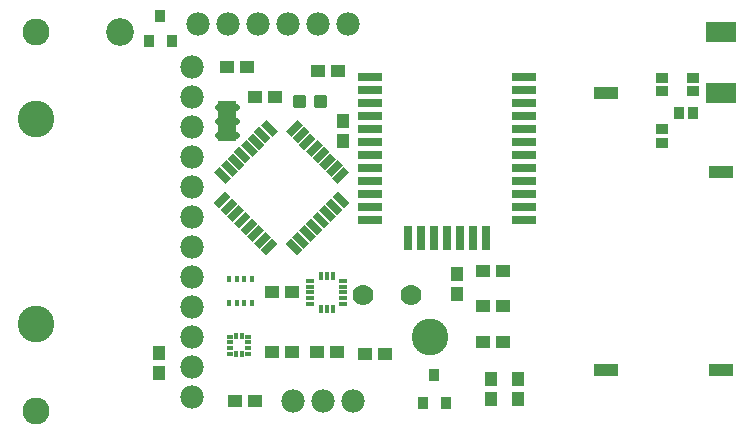
<source format=gts>
G75*
%MOIN*%
%OFA0B0*%
%FSLAX25Y25*%
%IPPOS*%
%LPD*%
%AMOC8*
5,1,8,0,0,1.08239X$1,22.5*
%
%ADD10C,0.12211*%
%ADD11R,0.04731X0.04337*%
%ADD12C,0.01301*%
%ADD13C,0.07800*%
%ADD14R,0.04337X0.04731*%
%ADD15R,0.05400X0.02600*%
%ADD16R,0.02600X0.05400*%
%ADD17R,0.03156X0.01502*%
%ADD18R,0.01502X0.03156*%
%ADD19C,0.02172*%
%ADD20R,0.06040X0.13760*%
%ADD21R,0.08274X0.03156*%
%ADD22R,0.03156X0.08274*%
%ADD23R,0.03746X0.03943*%
%ADD24R,0.03943X0.03746*%
%ADD25C,0.07000*%
%ADD26R,0.03550X0.04337*%
%ADD27R,0.08077X0.04337*%
%ADD28R,0.10243X0.06699*%
%ADD29C,0.09000*%
%ADD30C,0.09258*%
%ADD31R,0.03550X0.03943*%
%ADD32R,0.01778X0.02369*%
%ADD33R,0.01982X0.01568*%
%ADD34R,0.01977X0.01574*%
%ADD35R,0.01984X0.01582*%
%ADD36R,0.01962X0.01581*%
%ADD37R,0.01967X0.01575*%
%ADD38R,0.01967X0.01573*%
%ADD39R,0.01965X0.01582*%
%ADD40R,0.01973X0.01579*%
%ADD41R,0.01570X0.01969*%
%ADD42R,0.01568X0.01974*%
%ADD43R,0.01577X0.01970*%
%ADD44R,0.01582X0.01969*%
D10*
X0036933Y0042921D03*
X0036933Y0111110D03*
X0168035Y0038433D03*
D11*
X0153272Y0032921D03*
X0146579Y0032921D03*
X0137051Y0033315D03*
X0130358Y0033315D03*
X0122051Y0033315D03*
X0115358Y0033315D03*
X0109965Y0017173D03*
X0103272Y0017173D03*
X0115358Y0053315D03*
X0122051Y0053315D03*
X0185949Y0048669D03*
X0192642Y0048669D03*
X0192642Y0036858D03*
X0185949Y0036858D03*
X0185949Y0060480D03*
X0192642Y0060480D03*
X0116539Y0118315D03*
X0109846Y0118315D03*
X0107051Y0128315D03*
X0100358Y0128315D03*
X0130831Y0127016D03*
X0137524Y0127016D03*
D12*
X0130088Y0118416D02*
X0130088Y0115380D01*
X0130088Y0118416D02*
X0133124Y0118416D01*
X0133124Y0115380D01*
X0130088Y0115380D01*
X0130088Y0116680D02*
X0133124Y0116680D01*
X0133124Y0117980D02*
X0130088Y0117980D01*
X0123183Y0118416D02*
X0123183Y0115380D01*
X0123183Y0118416D02*
X0126219Y0118416D01*
X0126219Y0115380D01*
X0123183Y0115380D01*
X0123183Y0116680D02*
X0126219Y0116680D01*
X0126219Y0117980D02*
X0123183Y0117980D01*
D13*
X0088705Y0118315D03*
X0088705Y0128315D03*
X0090949Y0142646D03*
X0100949Y0142646D03*
X0110949Y0142646D03*
X0120949Y0142646D03*
X0130949Y0142646D03*
X0140949Y0142646D03*
X0088705Y0108315D03*
X0088705Y0098315D03*
X0088705Y0088315D03*
X0088705Y0078315D03*
X0088705Y0068315D03*
X0088705Y0058315D03*
X0088705Y0048315D03*
X0088705Y0038315D03*
X0088705Y0028315D03*
X0088705Y0018315D03*
X0122366Y0017173D03*
X0132366Y0017173D03*
X0142366Y0017173D03*
D14*
X0188508Y0017764D03*
X0197563Y0017764D03*
X0197563Y0024457D03*
X0188508Y0024457D03*
X0177091Y0052803D03*
X0177091Y0059496D03*
X0139335Y0103906D03*
X0139335Y0110598D03*
X0077878Y0033118D03*
X0077878Y0026425D03*
D15*
G36*
X0123849Y0065742D02*
X0120032Y0069559D01*
X0121871Y0071398D01*
X0125688Y0067581D01*
X0123849Y0065742D01*
G37*
G36*
X0126076Y0067969D02*
X0122259Y0071786D01*
X0124098Y0073625D01*
X0127915Y0069808D01*
X0126076Y0067969D01*
G37*
G36*
X0128303Y0070196D02*
X0124486Y0074013D01*
X0126325Y0075852D01*
X0130142Y0072035D01*
X0128303Y0070196D01*
G37*
G36*
X0130530Y0072423D02*
X0126713Y0076240D01*
X0128552Y0078079D01*
X0132369Y0074262D01*
X0130530Y0072423D01*
G37*
G36*
X0132757Y0074650D02*
X0128940Y0078467D01*
X0130779Y0080306D01*
X0134596Y0076489D01*
X0132757Y0074650D01*
G37*
G36*
X0134984Y0076878D02*
X0131167Y0080695D01*
X0133006Y0082534D01*
X0136823Y0078717D01*
X0134984Y0076878D01*
G37*
G36*
X0137212Y0079105D02*
X0133395Y0082922D01*
X0135234Y0084761D01*
X0139051Y0080944D01*
X0137212Y0079105D01*
G37*
G36*
X0139439Y0081332D02*
X0135622Y0085149D01*
X0137461Y0086988D01*
X0141278Y0083171D01*
X0139439Y0081332D01*
G37*
G36*
X0108857Y0098551D02*
X0105040Y0102368D01*
X0106879Y0104207D01*
X0110696Y0100390D01*
X0108857Y0098551D01*
G37*
G36*
X0106630Y0096324D02*
X0102813Y0100141D01*
X0104652Y0101980D01*
X0108469Y0098163D01*
X0106630Y0096324D01*
G37*
G36*
X0104403Y0094096D02*
X0100586Y0097913D01*
X0102425Y0099752D01*
X0106242Y0095935D01*
X0104403Y0094096D01*
G37*
G36*
X0102176Y0091869D02*
X0098359Y0095686D01*
X0100198Y0097525D01*
X0104015Y0093708D01*
X0102176Y0091869D01*
G37*
G36*
X0099949Y0089642D02*
X0096132Y0093459D01*
X0097971Y0095298D01*
X0101788Y0091481D01*
X0099949Y0089642D01*
G37*
G36*
X0111084Y0100778D02*
X0107267Y0104595D01*
X0109106Y0106434D01*
X0112923Y0102617D01*
X0111084Y0100778D01*
G37*
G36*
X0113311Y0103005D02*
X0109494Y0106822D01*
X0111333Y0108661D01*
X0115150Y0104844D01*
X0113311Y0103005D01*
G37*
G36*
X0115538Y0105232D02*
X0111721Y0109049D01*
X0113560Y0110888D01*
X0117377Y0107071D01*
X0115538Y0105232D01*
G37*
D16*
G36*
X0121871Y0105232D02*
X0120032Y0107071D01*
X0123849Y0110888D01*
X0125688Y0109049D01*
X0121871Y0105232D01*
G37*
G36*
X0124098Y0103005D02*
X0122259Y0104844D01*
X0126076Y0108661D01*
X0127915Y0106822D01*
X0124098Y0103005D01*
G37*
G36*
X0126325Y0100778D02*
X0124486Y0102617D01*
X0128303Y0106434D01*
X0130142Y0104595D01*
X0126325Y0100778D01*
G37*
G36*
X0128552Y0098551D02*
X0126713Y0100390D01*
X0130530Y0104207D01*
X0132369Y0102368D01*
X0128552Y0098551D01*
G37*
G36*
X0130779Y0096324D02*
X0128940Y0098163D01*
X0132757Y0101980D01*
X0134596Y0100141D01*
X0130779Y0096324D01*
G37*
G36*
X0133006Y0094096D02*
X0131167Y0095935D01*
X0134984Y0099752D01*
X0136823Y0097913D01*
X0133006Y0094096D01*
G37*
G36*
X0135234Y0091869D02*
X0133395Y0093708D01*
X0137212Y0097525D01*
X0139051Y0095686D01*
X0135234Y0091869D01*
G37*
G36*
X0137461Y0089642D02*
X0135622Y0091481D01*
X0139439Y0095298D01*
X0141278Y0093459D01*
X0137461Y0089642D01*
G37*
G36*
X0109106Y0070196D02*
X0107267Y0072035D01*
X0111084Y0075852D01*
X0112923Y0074013D01*
X0109106Y0070196D01*
G37*
G36*
X0111333Y0067969D02*
X0109494Y0069808D01*
X0113311Y0073625D01*
X0115150Y0071786D01*
X0111333Y0067969D01*
G37*
G36*
X0113560Y0065742D02*
X0111721Y0067581D01*
X0115538Y0071398D01*
X0117377Y0069559D01*
X0113560Y0065742D01*
G37*
G36*
X0106879Y0072423D02*
X0105040Y0074262D01*
X0108857Y0078079D01*
X0110696Y0076240D01*
X0106879Y0072423D01*
G37*
G36*
X0104652Y0074650D02*
X0102813Y0076489D01*
X0106630Y0080306D01*
X0108469Y0078467D01*
X0104652Y0074650D01*
G37*
G36*
X0102425Y0076878D02*
X0100586Y0078717D01*
X0104403Y0082534D01*
X0106242Y0080695D01*
X0102425Y0076878D01*
G37*
G36*
X0100198Y0079105D02*
X0098359Y0080944D01*
X0102176Y0084761D01*
X0104015Y0082922D01*
X0100198Y0079105D01*
G37*
G36*
X0097971Y0081332D02*
X0096132Y0083171D01*
X0099949Y0086988D01*
X0101788Y0085149D01*
X0097971Y0081332D01*
G37*
D17*
X0128193Y0057252D03*
X0128193Y0055283D03*
X0128193Y0053315D03*
X0128193Y0051346D03*
X0128193Y0049378D03*
X0139217Y0049378D03*
X0139217Y0051346D03*
X0139217Y0053315D03*
X0139217Y0055283D03*
X0139217Y0057252D03*
D18*
X0135673Y0058827D03*
X0133705Y0058827D03*
X0131736Y0058827D03*
X0131736Y0047803D03*
X0133705Y0047803D03*
X0135673Y0047803D03*
D19*
X0103340Y0105677D02*
X0097612Y0105677D01*
X0097612Y0110402D02*
X0103340Y0110402D01*
X0103340Y0115126D02*
X0097612Y0115126D01*
D20*
X0100486Y0110392D03*
D21*
X0148232Y0112055D03*
X0148232Y0116386D03*
X0148232Y0120717D03*
X0148232Y0125047D03*
X0148232Y0107724D03*
X0148232Y0103394D03*
X0148232Y0099063D03*
X0148232Y0094732D03*
X0148232Y0090402D03*
X0148232Y0086071D03*
X0148232Y0081740D03*
X0148232Y0077409D03*
X0199413Y0077409D03*
X0199413Y0081740D03*
X0199413Y0086071D03*
X0199413Y0090402D03*
X0199413Y0094732D03*
X0199413Y0099063D03*
X0199413Y0103394D03*
X0199413Y0107724D03*
X0199413Y0112055D03*
X0199413Y0116386D03*
X0199413Y0120717D03*
X0199413Y0125047D03*
D22*
X0186815Y0071504D03*
X0182484Y0071504D03*
X0178154Y0071504D03*
X0173823Y0071504D03*
X0169492Y0071504D03*
X0165161Y0071504D03*
X0160831Y0071504D03*
D23*
X0251185Y0113236D03*
X0255752Y0113236D03*
D24*
X0255831Y0120402D03*
X0255831Y0124969D03*
X0245594Y0124969D03*
X0245594Y0120402D03*
X0245594Y0107646D03*
X0245594Y0103079D03*
D25*
X0161736Y0052606D03*
X0145988Y0052606D03*
D26*
X0169610Y0025835D03*
X0165870Y0016386D03*
X0173350Y0016386D03*
D27*
X0226697Y0027409D03*
X0265280Y0027409D03*
X0265280Y0093551D03*
X0226697Y0119929D03*
D28*
X0265280Y0119929D03*
X0265280Y0140008D03*
D29*
X0036933Y0013768D03*
X0036933Y0140264D03*
D30*
X0064925Y0140264D03*
D31*
X0074531Y0137252D03*
X0082012Y0137252D03*
X0078272Y0145520D03*
D32*
X0101205Y0057823D03*
X0103764Y0057823D03*
X0106323Y0057823D03*
X0108882Y0057823D03*
X0108882Y0049752D03*
X0106323Y0049752D03*
X0103764Y0049752D03*
X0101205Y0049752D03*
D33*
X0101651Y0038634D03*
D34*
X0101653Y0036662D03*
D35*
X0101650Y0034689D03*
D36*
X0107645Y0034690D03*
D37*
X0107643Y0036662D03*
D38*
X0107642Y0038631D03*
D39*
X0107644Y0032721D03*
D40*
X0101655Y0032722D03*
D41*
X0105634Y0038672D03*
D42*
X0103663Y0038672D03*
D43*
X0103665Y0032684D03*
D44*
X0105634Y0032681D03*
M02*

</source>
